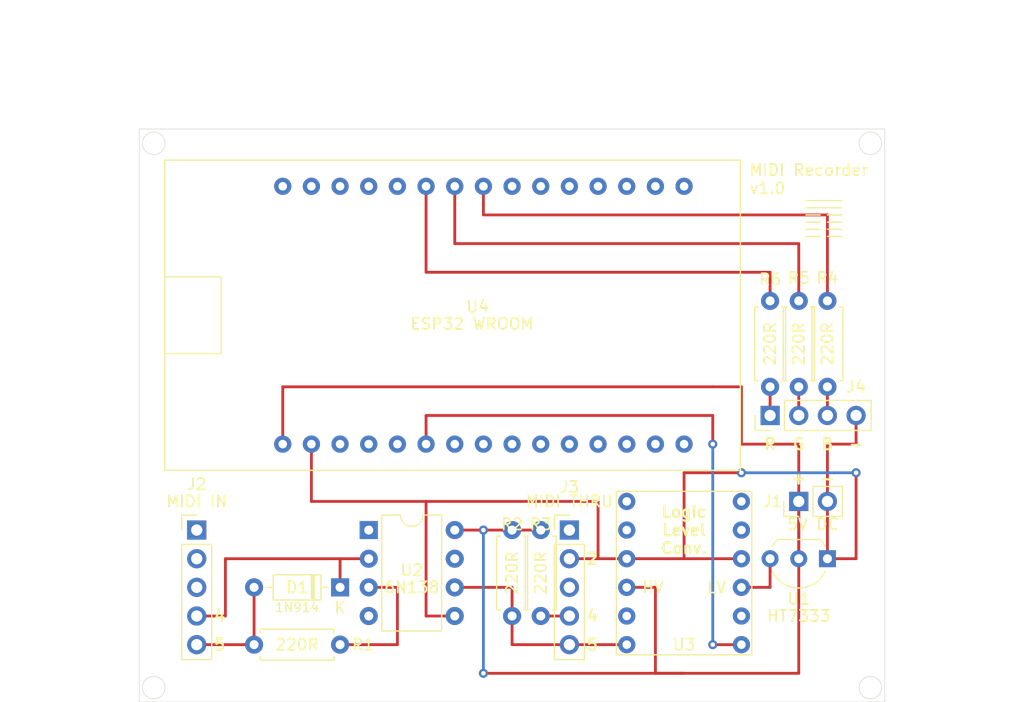
<source format=kicad_pcb>
(kicad_pcb (version 20171130) (host pcbnew "(5.1.9)-1")

  (general
    (thickness 1.6)
    (drawings 32)
    (tracks 83)
    (zones 0)
    (modules 15)
    (nets 54)
  )

  (page A4)
  (layers
    (0 F.Cu signal)
    (31 B.Cu signal)
    (32 B.Adhes user)
    (33 F.Adhes user)
    (34 B.Paste user)
    (35 F.Paste user)
    (36 B.SilkS user)
    (37 F.SilkS user)
    (38 B.Mask user)
    (39 F.Mask user)
    (40 Dwgs.User user)
    (41 Cmts.User user)
    (42 Eco1.User user)
    (43 Eco2.User user)
    (44 Edge.Cuts user)
    (45 Margin user)
    (46 B.CrtYd user)
    (47 F.CrtYd user)
    (48 B.Fab user)
    (49 F.Fab user)
  )

  (setup
    (last_trace_width 0.25)
    (trace_clearance 0.2)
    (zone_clearance 0.508)
    (zone_45_only no)
    (trace_min 0.2)
    (via_size 0.8)
    (via_drill 0.4)
    (via_min_size 0.4)
    (via_min_drill 0.3)
    (uvia_size 0.3)
    (uvia_drill 0.1)
    (uvias_allowed no)
    (uvia_min_size 0.2)
    (uvia_min_drill 0.1)
    (edge_width 0.05)
    (segment_width 0.2)
    (pcb_text_width 0.3)
    (pcb_text_size 1.5 1.5)
    (mod_edge_width 0.12)
    (mod_text_size 1 1)
    (mod_text_width 0.15)
    (pad_size 1.524 1.524)
    (pad_drill 0.762)
    (pad_to_mask_clearance 0)
    (aux_axis_origin 0 0)
    (visible_elements 7FFFFFFF)
    (pcbplotparams
      (layerselection 0x010fc_ffffffff)
      (usegerberextensions false)
      (usegerberattributes true)
      (usegerberadvancedattributes true)
      (creategerberjobfile true)
      (excludeedgelayer true)
      (linewidth 0.100000)
      (plotframeref false)
      (viasonmask false)
      (mode 1)
      (useauxorigin false)
      (hpglpennumber 1)
      (hpglpenspeed 20)
      (hpglpendiameter 15.000000)
      (psnegative false)
      (psa4output false)
      (plotreference true)
      (plotvalue true)
      (plotinvisibletext false)
      (padsonsilk false)
      (subtractmaskfromsilk false)
      (outputformat 1)
      (mirror false)
      (drillshape 1)
      (scaleselection 1)
      (outputdirectory ""))
  )

  (net 0 "")
  (net 1 "Net-(D1-Pad1)")
  (net 2 "Net-(D1-Pad2)")
  (net 3 +5V)
  (net 4 GND)
  (net 5 "Net-(J2-Pad1)")
  (net 6 "Net-(J2-Pad2)")
  (net 7 "Net-(J2-Pad3)")
  (net 8 MIDISERIAL)
  (net 9 "Net-(J3-Pad4)")
  (net 10 "Net-(J3-Pad3)")
  (net 11 "Net-(J3-Pad1)")
  (net 12 "Net-(J4-Pad1)")
  (net 13 "Net-(J4-Pad2)")
  (net 14 "Net-(J4-Pad3)")
  (net 15 "Net-(R1-Pad1)")
  (net 16 "Net-(R4-Pad2)")
  (net 17 "Net-(R5-Pad2)")
  (net 18 "Net-(R6-Pad2)")
  (net 19 +3V3)
  (net 20 "Net-(U2-Pad1)")
  (net 21 "Net-(U2-Pad7)")
  (net 22 "Net-(U2-Pad4)")
  (net 23 "Net-(U3-Pad11)")
  (net 24 "Net-(U3-Pad8)")
  (net 25 "Net-(U3-Pad7)")
  (net 26 "Net-(U3-Pad6)")
  (net 27 "Net-(U3-Pad5)")
  (net 28 "Net-(U3-Pad2)")
  (net 29 "Net-(U3-Pad1)")
  (net 30 "Net-(U4-Pad30)")
  (net 31 "Net-(U4-Pad29)")
  (net 32 "Net-(U4-Pad28)")
  (net 33 "Net-(U4-Pad27)")
  (net 34 "Net-(U4-Pad26)")
  (net 35 "Net-(U4-Pad22)")
  (net 36 "Net-(U4-Pad21)")
  (net 37 "Net-(U4-Pad20)")
  (net 38 "Net-(U4-Pad19)")
  (net 39 "Net-(U4-Pad18)")
  (net 40 "Net-(U4-Pad17)")
  (net 41 "Net-(U4-Pad16)")
  (net 42 "Net-(U4-Pad15)")
  (net 43 "Net-(U4-Pad14)")
  (net 44 "Net-(U4-Pad13)")
  (net 45 "Net-(U4-Pad12)")
  (net 46 "Net-(U4-Pad11)")
  (net 47 "Net-(U4-Pad10)")
  (net 48 "Net-(U4-Pad9)")
  (net 49 "Net-(U4-Pad8)")
  (net 50 "Net-(U4-Pad7)")
  (net 51 "Net-(U4-Pad5)")
  (net 52 "Net-(U4-Pad4)")
  (net 53 "Net-(U4-Pad3)")

  (net_class Default "This is the default net class."
    (clearance 0.2)
    (trace_width 0.25)
    (via_dia 0.8)
    (via_drill 0.4)
    (uvia_dia 0.3)
    (uvia_drill 0.1)
    (add_net +3V3)
    (add_net +5V)
    (add_net GND)
    (add_net MIDISERIAL)
    (add_net "Net-(D1-Pad1)")
    (add_net "Net-(D1-Pad2)")
    (add_net "Net-(J2-Pad1)")
    (add_net "Net-(J2-Pad2)")
    (add_net "Net-(J2-Pad3)")
    (add_net "Net-(J3-Pad1)")
    (add_net "Net-(J3-Pad3)")
    (add_net "Net-(J3-Pad4)")
    (add_net "Net-(J4-Pad1)")
    (add_net "Net-(J4-Pad2)")
    (add_net "Net-(J4-Pad3)")
    (add_net "Net-(R1-Pad1)")
    (add_net "Net-(R4-Pad2)")
    (add_net "Net-(R5-Pad2)")
    (add_net "Net-(R6-Pad2)")
    (add_net "Net-(U2-Pad1)")
    (add_net "Net-(U2-Pad4)")
    (add_net "Net-(U2-Pad7)")
    (add_net "Net-(U3-Pad1)")
    (add_net "Net-(U3-Pad11)")
    (add_net "Net-(U3-Pad2)")
    (add_net "Net-(U3-Pad5)")
    (add_net "Net-(U3-Pad6)")
    (add_net "Net-(U3-Pad7)")
    (add_net "Net-(U3-Pad8)")
    (add_net "Net-(U4-Pad10)")
    (add_net "Net-(U4-Pad11)")
    (add_net "Net-(U4-Pad12)")
    (add_net "Net-(U4-Pad13)")
    (add_net "Net-(U4-Pad14)")
    (add_net "Net-(U4-Pad15)")
    (add_net "Net-(U4-Pad16)")
    (add_net "Net-(U4-Pad17)")
    (add_net "Net-(U4-Pad18)")
    (add_net "Net-(U4-Pad19)")
    (add_net "Net-(U4-Pad20)")
    (add_net "Net-(U4-Pad21)")
    (add_net "Net-(U4-Pad22)")
    (add_net "Net-(U4-Pad26)")
    (add_net "Net-(U4-Pad27)")
    (add_net "Net-(U4-Pad28)")
    (add_net "Net-(U4-Pad29)")
    (add_net "Net-(U4-Pad3)")
    (add_net "Net-(U4-Pad30)")
    (add_net "Net-(U4-Pad4)")
    (add_net "Net-(U4-Pad5)")
    (add_net "Net-(U4-Pad7)")
    (add_net "Net-(U4-Pad8)")
    (add_net "Net-(U4-Pad9)")
  )

  (module Diode_THT:D_DO-35_SOD27_P7.62mm_Horizontal (layer F.Cu) (tedit 5AE50CD5) (tstamp 605CBDFD)
    (at 91.44 106.68 180)
    (descr "Diode, DO-35_SOD27 series, Axial, Horizontal, pin pitch=7.62mm, , length*diameter=4*2mm^2, , http://www.diodes.com/_files/packages/DO-35.pdf")
    (tags "Diode DO-35_SOD27 series Axial Horizontal pin pitch 7.62mm  length 4mm diameter 2mm")
    (path /605D03B8)
    (fp_text reference D1 (at 3.81 0) (layer F.SilkS)
      (effects (font (size 1 1) (thickness 0.15)))
    )
    (fp_text value 1N914 (at 3.81 2.032) (layer F.Fab)
      (effects (font (size 1 1) (thickness 0.15)))
    )
    (fp_line (start 1.81 -1) (end 1.81 1) (layer F.Fab) (width 0.1))
    (fp_line (start 1.81 1) (end 5.81 1) (layer F.Fab) (width 0.1))
    (fp_line (start 5.81 1) (end 5.81 -1) (layer F.Fab) (width 0.1))
    (fp_line (start 5.81 -1) (end 1.81 -1) (layer F.Fab) (width 0.1))
    (fp_line (start 0 0) (end 1.81 0) (layer F.Fab) (width 0.1))
    (fp_line (start 7.62 0) (end 5.81 0) (layer F.Fab) (width 0.1))
    (fp_line (start 2.41 -1) (end 2.41 1) (layer F.Fab) (width 0.1))
    (fp_line (start 2.51 -1) (end 2.51 1) (layer F.Fab) (width 0.1))
    (fp_line (start 2.31 -1) (end 2.31 1) (layer F.Fab) (width 0.1))
    (fp_line (start 1.69 -1.12) (end 1.69 1.12) (layer F.SilkS) (width 0.12))
    (fp_line (start 1.69 1.12) (end 5.93 1.12) (layer F.SilkS) (width 0.12))
    (fp_line (start 5.93 1.12) (end 5.93 -1.12) (layer F.SilkS) (width 0.12))
    (fp_line (start 5.93 -1.12) (end 1.69 -1.12) (layer F.SilkS) (width 0.12))
    (fp_line (start 1.04 0) (end 1.69 0) (layer F.SilkS) (width 0.12))
    (fp_line (start 6.58 0) (end 5.93 0) (layer F.SilkS) (width 0.12))
    (fp_line (start 2.41 -1.12) (end 2.41 1.12) (layer F.SilkS) (width 0.12))
    (fp_line (start 2.53 -1.12) (end 2.53 1.12) (layer F.SilkS) (width 0.12))
    (fp_line (start 2.29 -1.12) (end 2.29 1.12) (layer F.SilkS) (width 0.12))
    (fp_line (start -1.05 -1.25) (end -1.05 1.25) (layer F.CrtYd) (width 0.05))
    (fp_line (start -1.05 1.25) (end 8.67 1.25) (layer F.CrtYd) (width 0.05))
    (fp_line (start 8.67 1.25) (end 8.67 -1.25) (layer F.CrtYd) (width 0.05))
    (fp_line (start 8.67 -1.25) (end -1.05 -1.25) (layer F.CrtYd) (width 0.05))
    (fp_text user 1N914 (at 3.81 -1.778) (layer F.SilkS)
      (effects (font (size 0.8 0.8) (thickness 0.12)))
    )
    (fp_text user K (at 0 -1.8) (layer F.Fab)
      (effects (font (size 1 1) (thickness 0.15)))
    )
    (fp_text user K (at 0 -1.8) (layer F.SilkS)
      (effects (font (size 1 1) (thickness 0.15)))
    )
    (pad 1 thru_hole rect (at 0 0 180) (size 1.6 1.6) (drill 0.8) (layers *.Cu *.Mask)
      (net 1 "Net-(D1-Pad1)"))
    (pad 2 thru_hole oval (at 7.62 0 180) (size 1.6 1.6) (drill 0.8) (layers *.Cu *.Mask)
      (net 2 "Net-(D1-Pad2)"))
    (model ${KISYS3DMOD}/Diode_THT.3dshapes/D_DO-35_SOD27_P7.62mm_Horizontal.wrl
      (at (xyz 0 0 0))
      (scale (xyz 1 1 1))
      (rotate (xyz 0 0 0))
    )
  )

  (module Connector_PinHeader_2.54mm:PinHeader_1x02_P2.54mm_Vertical (layer F.Cu) (tedit 59FED5CC) (tstamp 605C7EB9)
    (at 132.08 99.06 90)
    (descr "Through hole straight pin header, 1x02, 2.54mm pitch, single row")
    (tags "Through hole pin header THT 1x02 2.54mm single row")
    (path /605D7DD1)
    (fp_text reference J1 (at 0 -2.33 180) (layer F.SilkS)
      (effects (font (size 1 1) (thickness 0.15)))
    )
    (fp_text value "5V DC" (at -2.032 1.27 180) (layer F.SilkS)
      (effects (font (size 1 1) (thickness 0.15)))
    )
    (fp_line (start -0.635 -1.27) (end 1.27 -1.27) (layer F.Fab) (width 0.1))
    (fp_line (start 1.27 -1.27) (end 1.27 3.81) (layer F.Fab) (width 0.1))
    (fp_line (start 1.27 3.81) (end -1.27 3.81) (layer F.Fab) (width 0.1))
    (fp_line (start -1.27 3.81) (end -1.27 -0.635) (layer F.Fab) (width 0.1))
    (fp_line (start -1.27 -0.635) (end -0.635 -1.27) (layer F.Fab) (width 0.1))
    (fp_line (start -1.33 3.87) (end 1.33 3.87) (layer F.SilkS) (width 0.12))
    (fp_line (start -1.33 1.27) (end -1.33 3.87) (layer F.SilkS) (width 0.12))
    (fp_line (start 1.33 1.27) (end 1.33 3.87) (layer F.SilkS) (width 0.12))
    (fp_line (start -1.33 1.27) (end 1.33 1.27) (layer F.SilkS) (width 0.12))
    (fp_line (start -1.33 0) (end -1.33 -1.33) (layer F.SilkS) (width 0.12))
    (fp_line (start -1.33 -1.33) (end 0 -1.33) (layer F.SilkS) (width 0.12))
    (fp_line (start -1.8 -1.8) (end -1.8 4.35) (layer F.CrtYd) (width 0.05))
    (fp_line (start -1.8 4.35) (end 1.8 4.35) (layer F.CrtYd) (width 0.05))
    (fp_line (start 1.8 4.35) (end 1.8 -1.8) (layer F.CrtYd) (width 0.05))
    (fp_line (start 1.8 -1.8) (end -1.8 -1.8) (layer F.CrtYd) (width 0.05))
    (fp_text user %R (at 0 1.27) (layer F.Fab)
      (effects (font (size 1 1) (thickness 0.15)))
    )
    (pad 1 thru_hole rect (at 0 0 90) (size 1.7 1.7) (drill 1) (layers *.Cu *.Mask)
      (net 3 +5V))
    (pad 2 thru_hole oval (at 0 2.54 90) (size 1.7 1.7) (drill 1) (layers *.Cu *.Mask)
      (net 4 GND))
    (model ${KISYS3DMOD}/Connector_PinHeader_2.54mm.3dshapes/PinHeader_1x02_P2.54mm_Vertical.wrl
      (at (xyz 0 0 0))
      (scale (xyz 1 1 1))
      (rotate (xyz 0 0 0))
    )
  )

  (module Connector_PinHeader_2.54mm:PinHeader_1x05_P2.54mm_Vertical (layer F.Cu) (tedit 59FED5CC) (tstamp 605CAFB9)
    (at 78.74 101.6)
    (descr "Through hole straight pin header, 1x05, 2.54mm pitch, single row")
    (tags "Through hole pin header THT 1x05 2.54mm single row")
    (path /60613F99)
    (fp_text reference J2 (at 0 -4.064) (layer F.SilkS)
      (effects (font (size 1 1) (thickness 0.15)))
    )
    (fp_text value "MIDI IN" (at 0 -2.54) (layer F.SilkS)
      (effects (font (size 1 1) (thickness 0.15)))
    )
    (fp_line (start -0.635 -1.27) (end 1.27 -1.27) (layer F.Fab) (width 0.1))
    (fp_line (start 1.27 -1.27) (end 1.27 11.43) (layer F.Fab) (width 0.1))
    (fp_line (start 1.27 11.43) (end -1.27 11.43) (layer F.Fab) (width 0.1))
    (fp_line (start -1.27 11.43) (end -1.27 -0.635) (layer F.Fab) (width 0.1))
    (fp_line (start -1.27 -0.635) (end -0.635 -1.27) (layer F.Fab) (width 0.1))
    (fp_line (start -1.33 11.49) (end 1.33 11.49) (layer F.SilkS) (width 0.12))
    (fp_line (start -1.33 1.27) (end -1.33 11.49) (layer F.SilkS) (width 0.12))
    (fp_line (start 1.33 1.27) (end 1.33 11.49) (layer F.SilkS) (width 0.12))
    (fp_line (start -1.33 1.27) (end 1.33 1.27) (layer F.SilkS) (width 0.12))
    (fp_line (start -1.33 0) (end -1.33 -1.33) (layer F.SilkS) (width 0.12))
    (fp_line (start -1.33 -1.33) (end 0 -1.33) (layer F.SilkS) (width 0.12))
    (fp_line (start -1.8 -1.8) (end -1.8 11.95) (layer F.CrtYd) (width 0.05))
    (fp_line (start -1.8 11.95) (end 1.8 11.95) (layer F.CrtYd) (width 0.05))
    (fp_line (start 1.8 11.95) (end 1.8 -1.8) (layer F.CrtYd) (width 0.05))
    (fp_line (start 1.8 -1.8) (end -1.8 -1.8) (layer F.CrtYd) (width 0.05))
    (fp_text user %R (at 0 5.08 90) (layer F.Fab)
      (effects (font (size 1 1) (thickness 0.15)))
    )
    (pad 1 thru_hole rect (at 0 0) (size 1.7 1.7) (drill 1) (layers *.Cu *.Mask)
      (net 5 "Net-(J2-Pad1)"))
    (pad 2 thru_hole oval (at 0 2.54) (size 1.7 1.7) (drill 1) (layers *.Cu *.Mask)
      (net 6 "Net-(J2-Pad2)"))
    (pad 3 thru_hole oval (at 0 5.08) (size 1.7 1.7) (drill 1) (layers *.Cu *.Mask)
      (net 7 "Net-(J2-Pad3)"))
    (pad 4 thru_hole oval (at 0 7.62) (size 1.7 1.7) (drill 1) (layers *.Cu *.Mask)
      (net 1 "Net-(D1-Pad1)"))
    (pad 5 thru_hole oval (at 0 10.16) (size 1.7 1.7) (drill 1) (layers *.Cu *.Mask)
      (net 2 "Net-(D1-Pad2)"))
    (model ${KISYS3DMOD}/Connector_PinHeader_2.54mm.3dshapes/PinHeader_1x05_P2.54mm_Vertical.wrl
      (at (xyz 0 0 0))
      (scale (xyz 1 1 1))
      (rotate (xyz 0 0 0))
    )
  )

  (module Connector_PinHeader_2.54mm:PinHeader_1x05_P2.54mm_Vertical (layer F.Cu) (tedit 59FED5CC) (tstamp 605CB344)
    (at 111.76 101.6)
    (descr "Through hole straight pin header, 1x05, 2.54mm pitch, single row")
    (tags "Through hole pin header THT 1x05 2.54mm single row")
    (path /60617707)
    (fp_text reference J3 (at 0 -3.81) (layer F.SilkS)
      (effects (font (size 1 1) (thickness 0.15)))
    )
    (fp_text value "MIDI THRU" (at 0 -2.54) (layer F.SilkS)
      (effects (font (size 1 1) (thickness 0.15)))
    )
    (fp_line (start -0.635 -1.27) (end 1.27 -1.27) (layer F.Fab) (width 0.1))
    (fp_line (start 1.27 -1.27) (end 1.27 11.43) (layer F.Fab) (width 0.1))
    (fp_line (start 1.27 11.43) (end -1.27 11.43) (layer F.Fab) (width 0.1))
    (fp_line (start -1.27 11.43) (end -1.27 -0.635) (layer F.Fab) (width 0.1))
    (fp_line (start -1.27 -0.635) (end -0.635 -1.27) (layer F.Fab) (width 0.1))
    (fp_line (start -1.33 11.49) (end 1.33 11.49) (layer F.SilkS) (width 0.12))
    (fp_line (start -1.33 1.27) (end -1.33 11.49) (layer F.SilkS) (width 0.12))
    (fp_line (start 1.33 1.27) (end 1.33 11.49) (layer F.SilkS) (width 0.12))
    (fp_line (start -1.33 1.27) (end 1.33 1.27) (layer F.SilkS) (width 0.12))
    (fp_line (start -1.33 0) (end -1.33 -1.33) (layer F.SilkS) (width 0.12))
    (fp_line (start -1.33 -1.33) (end 0 -1.33) (layer F.SilkS) (width 0.12))
    (fp_line (start -1.8 -1.8) (end -1.8 11.95) (layer F.CrtYd) (width 0.05))
    (fp_line (start -1.8 11.95) (end 1.8 11.95) (layer F.CrtYd) (width 0.05))
    (fp_line (start 1.8 11.95) (end 1.8 -1.8) (layer F.CrtYd) (width 0.05))
    (fp_line (start 1.8 -1.8) (end -1.8 -1.8) (layer F.CrtYd) (width 0.05))
    (fp_text user %R (at 0 5.08 90) (layer F.Fab)
      (effects (font (size 1 1) (thickness 0.15)))
    )
    (pad 1 thru_hole rect (at 0 0) (size 1.7 1.7) (drill 1) (layers *.Cu *.Mask)
      (net 11 "Net-(J3-Pad1)"))
    (pad 2 thru_hole oval (at 0 2.54) (size 1.7 1.7) (drill 1) (layers *.Cu *.Mask)
      (net 4 GND))
    (pad 3 thru_hole oval (at 0 5.08) (size 1.7 1.7) (drill 1) (layers *.Cu *.Mask)
      (net 10 "Net-(J3-Pad3)"))
    (pad 4 thru_hole oval (at 0 7.62) (size 1.7 1.7) (drill 1) (layers *.Cu *.Mask)
      (net 9 "Net-(J3-Pad4)"))
    (pad 5 thru_hole oval (at 0 10.16) (size 1.7 1.7) (drill 1) (layers *.Cu *.Mask)
      (net 8 MIDISERIAL))
    (model ${KISYS3DMOD}/Connector_PinHeader_2.54mm.3dshapes/PinHeader_1x05_P2.54mm_Vertical.wrl
      (at (xyz 0 0 0))
      (scale (xyz 1 1 1))
      (rotate (xyz 0 0 0))
    )
  )

  (module Connector_PinHeader_2.54mm:PinHeader_1x04_P2.54mm_Vertical (layer F.Cu) (tedit 59FED5CC) (tstamp 605C7F03)
    (at 129.54 91.44 90)
    (descr "Through hole straight pin header, 1x04, 2.54mm pitch, single row")
    (tags "Through hole pin header THT 1x04 2.54mm single row")
    (path /605D4DEB)
    (fp_text reference J4 (at 2.54 7.62 180) (layer F.SilkS)
      (effects (font (size 1 1) (thickness 0.15)))
    )
    (fp_text value "RGB OUT" (at 0 5.08 180) (layer F.Fab)
      (effects (font (size 1 1) (thickness 0.15)))
    )
    (fp_line (start -0.635 -1.27) (end 1.27 -1.27) (layer F.Fab) (width 0.1))
    (fp_line (start 1.27 -1.27) (end 1.27 8.89) (layer F.Fab) (width 0.1))
    (fp_line (start 1.27 8.89) (end -1.27 8.89) (layer F.Fab) (width 0.1))
    (fp_line (start -1.27 8.89) (end -1.27 -0.635) (layer F.Fab) (width 0.1))
    (fp_line (start -1.27 -0.635) (end -0.635 -1.27) (layer F.Fab) (width 0.1))
    (fp_line (start -1.33 8.95) (end 1.33 8.95) (layer F.SilkS) (width 0.12))
    (fp_line (start -1.33 1.27) (end -1.33 8.95) (layer F.SilkS) (width 0.12))
    (fp_line (start 1.33 1.27) (end 1.33 8.95) (layer F.SilkS) (width 0.12))
    (fp_line (start -1.33 1.27) (end 1.33 1.27) (layer F.SilkS) (width 0.12))
    (fp_line (start -1.33 0) (end -1.33 -1.33) (layer F.SilkS) (width 0.12))
    (fp_line (start -1.33 -1.33) (end 0 -1.33) (layer F.SilkS) (width 0.12))
    (fp_line (start -1.8 -1.8) (end -1.8 9.4) (layer F.CrtYd) (width 0.05))
    (fp_line (start -1.8 9.4) (end 1.8 9.4) (layer F.CrtYd) (width 0.05))
    (fp_line (start 1.8 9.4) (end 1.8 -1.8) (layer F.CrtYd) (width 0.05))
    (fp_line (start 1.8 -1.8) (end -1.8 -1.8) (layer F.CrtYd) (width 0.05))
    (fp_text user %R (at 0 3.81) (layer F.Fab)
      (effects (font (size 1 1) (thickness 0.15)))
    )
    (pad 1 thru_hole rect (at 0 0 90) (size 1.7 1.7) (drill 1) (layers *.Cu *.Mask)
      (net 12 "Net-(J4-Pad1)"))
    (pad 2 thru_hole oval (at 0 2.54 90) (size 1.7 1.7) (drill 1) (layers *.Cu *.Mask)
      (net 13 "Net-(J4-Pad2)"))
    (pad 3 thru_hole oval (at 0 5.08 90) (size 1.7 1.7) (drill 1) (layers *.Cu *.Mask)
      (net 14 "Net-(J4-Pad3)"))
    (pad 4 thru_hole oval (at 0 7.62 90) (size 1.7 1.7) (drill 1) (layers *.Cu *.Mask)
      (net 4 GND))
    (model ${KISYS3DMOD}/Connector_PinHeader_2.54mm.3dshapes/PinHeader_1x04_P2.54mm_Vertical.wrl
      (at (xyz 0 0 0))
      (scale (xyz 1 1 1))
      (rotate (xyz 0 0 0))
    )
  )

  (module Resistor_THT:R_Axial_DIN0207_L6.3mm_D2.5mm_P7.62mm_Horizontal (layer F.Cu) (tedit 5AE5139B) (tstamp 605CB530)
    (at 91.44 111.76 180)
    (descr "Resistor, Axial_DIN0207 series, Axial, Horizontal, pin pitch=7.62mm, 0.25W = 1/4W, length*diameter=6.3*2.5mm^2, http://cdn-reichelt.de/documents/datenblatt/B400/1_4W%23YAG.pdf")
    (tags "Resistor Axial_DIN0207 series Axial Horizontal pin pitch 7.62mm 0.25W = 1/4W length 6.3mm diameter 2.5mm")
    (path /605CDD92)
    (fp_text reference R1 (at -2.032 0) (layer F.SilkS)
      (effects (font (size 1 1) (thickness 0.15)))
    )
    (fp_text value 220R (at 3.81 0) (layer F.SilkS)
      (effects (font (size 1 1) (thickness 0.15)))
    )
    (fp_line (start 0.66 -1.25) (end 0.66 1.25) (layer F.Fab) (width 0.1))
    (fp_line (start 0.66 1.25) (end 6.96 1.25) (layer F.Fab) (width 0.1))
    (fp_line (start 6.96 1.25) (end 6.96 -1.25) (layer F.Fab) (width 0.1))
    (fp_line (start 6.96 -1.25) (end 0.66 -1.25) (layer F.Fab) (width 0.1))
    (fp_line (start 0 0) (end 0.66 0) (layer F.Fab) (width 0.1))
    (fp_line (start 7.62 0) (end 6.96 0) (layer F.Fab) (width 0.1))
    (fp_line (start 0.54 -1.04) (end 0.54 -1.37) (layer F.SilkS) (width 0.12))
    (fp_line (start 0.54 -1.37) (end 7.08 -1.37) (layer F.SilkS) (width 0.12))
    (fp_line (start 7.08 -1.37) (end 7.08 -1.04) (layer F.SilkS) (width 0.12))
    (fp_line (start 0.54 1.04) (end 0.54 1.37) (layer F.SilkS) (width 0.12))
    (fp_line (start 0.54 1.37) (end 7.08 1.37) (layer F.SilkS) (width 0.12))
    (fp_line (start 7.08 1.37) (end 7.08 1.04) (layer F.SilkS) (width 0.12))
    (fp_line (start -1.05 -1.5) (end -1.05 1.5) (layer F.CrtYd) (width 0.05))
    (fp_line (start -1.05 1.5) (end 8.67 1.5) (layer F.CrtYd) (width 0.05))
    (fp_line (start 8.67 1.5) (end 8.67 -1.5) (layer F.CrtYd) (width 0.05))
    (fp_line (start 8.67 -1.5) (end -1.05 -1.5) (layer F.CrtYd) (width 0.05))
    (pad 1 thru_hole circle (at 0 0 180) (size 1.6 1.6) (drill 0.8) (layers *.Cu *.Mask)
      (net 15 "Net-(R1-Pad1)"))
    (pad 2 thru_hole oval (at 7.62 0 180) (size 1.6 1.6) (drill 0.8) (layers *.Cu *.Mask)
      (net 2 "Net-(D1-Pad2)"))
    (model ${KISYS3DMOD}/Resistor_THT.3dshapes/R_Axial_DIN0207_L6.3mm_D2.5mm_P7.62mm_Horizontal.wrl
      (at (xyz 0 0 0))
      (scale (xyz 1 1 1))
      (rotate (xyz 0 0 0))
    )
  )

  (module Resistor_THT:R_Axial_DIN0207_L6.3mm_D2.5mm_P7.62mm_Horizontal (layer F.Cu) (tedit 5AE5139B) (tstamp 605CB4EF)
    (at 106.68 101.6 270)
    (descr "Resistor, Axial_DIN0207 series, Axial, Horizontal, pin pitch=7.62mm, 0.25W = 1/4W, length*diameter=6.3*2.5mm^2, http://cdn-reichelt.de/documents/datenblatt/B400/1_4W%23YAG.pdf")
    (tags "Resistor Axial_DIN0207 series Axial Horizontal pin pitch 7.62mm 0.25W = 1/4W length 6.3mm diameter 2.5mm")
    (path /605CF1C2)
    (fp_text reference R2 (at -0.508 0 180) (layer F.SilkS)
      (effects (font (size 1 1) (thickness 0.15)))
    )
    (fp_text value 220R (at 3.81 0 90) (layer F.SilkS)
      (effects (font (size 1 1) (thickness 0.15)))
    )
    (fp_line (start 8.67 -1.5) (end -1.05 -1.5) (layer F.CrtYd) (width 0.05))
    (fp_line (start 8.67 1.5) (end 8.67 -1.5) (layer F.CrtYd) (width 0.05))
    (fp_line (start -1.05 1.5) (end 8.67 1.5) (layer F.CrtYd) (width 0.05))
    (fp_line (start -1.05 -1.5) (end -1.05 1.5) (layer F.CrtYd) (width 0.05))
    (fp_line (start 7.08 1.37) (end 7.08 1.04) (layer F.SilkS) (width 0.12))
    (fp_line (start 0.54 1.37) (end 7.08 1.37) (layer F.SilkS) (width 0.12))
    (fp_line (start 0.54 1.04) (end 0.54 1.37) (layer F.SilkS) (width 0.12))
    (fp_line (start 7.08 -1.37) (end 7.08 -1.04) (layer F.SilkS) (width 0.12))
    (fp_line (start 0.54 -1.37) (end 7.08 -1.37) (layer F.SilkS) (width 0.12))
    (fp_line (start 0.54 -1.04) (end 0.54 -1.37) (layer F.SilkS) (width 0.12))
    (fp_line (start 7.62 0) (end 6.96 0) (layer F.Fab) (width 0.1))
    (fp_line (start 0 0) (end 0.66 0) (layer F.Fab) (width 0.1))
    (fp_line (start 6.96 -1.25) (end 0.66 -1.25) (layer F.Fab) (width 0.1))
    (fp_line (start 6.96 1.25) (end 6.96 -1.25) (layer F.Fab) (width 0.1))
    (fp_line (start 0.66 1.25) (end 6.96 1.25) (layer F.Fab) (width 0.1))
    (fp_line (start 0.66 -1.25) (end 0.66 1.25) (layer F.Fab) (width 0.1))
    (fp_text user %R (at 7.62 0 180) (layer F.Fab)
      (effects (font (size 1 1) (thickness 0.15)))
    )
    (pad 2 thru_hole oval (at 7.62 0 270) (size 1.6 1.6) (drill 0.8) (layers *.Cu *.Mask)
      (net 8 MIDISERIAL))
    (pad 1 thru_hole circle (at 0 0 270) (size 1.6 1.6) (drill 0.8) (layers *.Cu *.Mask)
      (net 3 +5V))
    (model ${KISYS3DMOD}/Resistor_THT.3dshapes/R_Axial_DIN0207_L6.3mm_D2.5mm_P7.62mm_Horizontal.wrl
      (at (xyz 0 0 0))
      (scale (xyz 1 1 1))
      (rotate (xyz 0 0 0))
    )
  )

  (module Resistor_THT:R_Axial_DIN0207_L6.3mm_D2.5mm_P7.62mm_Horizontal (layer F.Cu) (tedit 5AE5139B) (tstamp 605CB4AD)
    (at 109.22 109.22 90)
    (descr "Resistor, Axial_DIN0207 series, Axial, Horizontal, pin pitch=7.62mm, 0.25W = 1/4W, length*diameter=6.3*2.5mm^2, http://cdn-reichelt.de/documents/datenblatt/B400/1_4W%23YAG.pdf")
    (tags "Resistor Axial_DIN0207 series Axial Horizontal pin pitch 7.62mm 0.25W = 1/4W length 6.3mm diameter 2.5mm")
    (path /605CF590)
    (fp_text reference R3 (at 8.128 0 180) (layer F.SilkS)
      (effects (font (size 1 1) (thickness 0.15)))
    )
    (fp_text value 220R (at 3.81 0 90) (layer F.SilkS)
      (effects (font (size 1 1) (thickness 0.15)))
    )
    (fp_line (start 8.67 -1.5) (end -1.05 -1.5) (layer F.CrtYd) (width 0.05))
    (fp_line (start 8.67 1.5) (end 8.67 -1.5) (layer F.CrtYd) (width 0.05))
    (fp_line (start -1.05 1.5) (end 8.67 1.5) (layer F.CrtYd) (width 0.05))
    (fp_line (start -1.05 -1.5) (end -1.05 1.5) (layer F.CrtYd) (width 0.05))
    (fp_line (start 7.08 1.37) (end 7.08 1.04) (layer F.SilkS) (width 0.12))
    (fp_line (start 0.54 1.37) (end 7.08 1.37) (layer F.SilkS) (width 0.12))
    (fp_line (start 0.54 1.04) (end 0.54 1.37) (layer F.SilkS) (width 0.12))
    (fp_line (start 7.08 -1.37) (end 7.08 -1.04) (layer F.SilkS) (width 0.12))
    (fp_line (start 0.54 -1.37) (end 7.08 -1.37) (layer F.SilkS) (width 0.12))
    (fp_line (start 0.54 -1.04) (end 0.54 -1.37) (layer F.SilkS) (width 0.12))
    (fp_line (start 7.62 0) (end 6.96 0) (layer F.Fab) (width 0.1))
    (fp_line (start 0 0) (end 0.66 0) (layer F.Fab) (width 0.1))
    (fp_line (start 6.96 -1.25) (end 0.66 -1.25) (layer F.Fab) (width 0.1))
    (fp_line (start 6.96 1.25) (end 6.96 -1.25) (layer F.Fab) (width 0.1))
    (fp_line (start 0.66 1.25) (end 6.96 1.25) (layer F.Fab) (width 0.1))
    (fp_line (start 0.66 -1.25) (end 0.66 1.25) (layer F.Fab) (width 0.1))
    (fp_text user %R (at 0 0 180) (layer F.Fab)
      (effects (font (size 1 1) (thickness 0.15)))
    )
    (pad 2 thru_hole oval (at 7.62 0 90) (size 1.6 1.6) (drill 0.8) (layers *.Cu *.Mask)
      (net 3 +5V))
    (pad 1 thru_hole circle (at 0 0 90) (size 1.6 1.6) (drill 0.8) (layers *.Cu *.Mask)
      (net 9 "Net-(J3-Pad4)"))
    (model ${KISYS3DMOD}/Resistor_THT.3dshapes/R_Axial_DIN0207_L6.3mm_D2.5mm_P7.62mm_Horizontal.wrl
      (at (xyz 0 0 0))
      (scale (xyz 1 1 1))
      (rotate (xyz 0 0 0))
    )
  )

  (module Resistor_THT:R_Axial_DIN0207_L6.3mm_D2.5mm_P7.62mm_Horizontal (layer F.Cu) (tedit 5AE5139B) (tstamp 605C7F5F)
    (at 134.62 88.9 90)
    (descr "Resistor, Axial_DIN0207 series, Axial, Horizontal, pin pitch=7.62mm, 0.25W = 1/4W, length*diameter=6.3*2.5mm^2, http://cdn-reichelt.de/documents/datenblatt/B400/1_4W%23YAG.pdf")
    (tags "Resistor Axial_DIN0207 series Axial Horizontal pin pitch 7.62mm 0.25W = 1/4W length 6.3mm diameter 2.5mm")
    (path /605CF87E)
    (fp_text reference R4 (at 9.652 0 180) (layer F.SilkS)
      (effects (font (size 1 1) (thickness 0.15)))
    )
    (fp_text value 220R (at 3.81 0 90) (layer F.SilkS)
      (effects (font (size 1 1) (thickness 0.15)))
    )
    (fp_line (start 0.66 -1.25) (end 0.66 1.25) (layer F.Fab) (width 0.1))
    (fp_line (start 0.66 1.25) (end 6.96 1.25) (layer F.Fab) (width 0.1))
    (fp_line (start 6.96 1.25) (end 6.96 -1.25) (layer F.Fab) (width 0.1))
    (fp_line (start 6.96 -1.25) (end 0.66 -1.25) (layer F.Fab) (width 0.1))
    (fp_line (start 0 0) (end 0.66 0) (layer F.Fab) (width 0.1))
    (fp_line (start 7.62 0) (end 6.96 0) (layer F.Fab) (width 0.1))
    (fp_line (start 0.54 -1.04) (end 0.54 -1.37) (layer F.SilkS) (width 0.12))
    (fp_line (start 0.54 -1.37) (end 7.08 -1.37) (layer F.SilkS) (width 0.12))
    (fp_line (start 7.08 -1.37) (end 7.08 -1.04) (layer F.SilkS) (width 0.12))
    (fp_line (start 0.54 1.04) (end 0.54 1.37) (layer F.SilkS) (width 0.12))
    (fp_line (start 0.54 1.37) (end 7.08 1.37) (layer F.SilkS) (width 0.12))
    (fp_line (start 7.08 1.37) (end 7.08 1.04) (layer F.SilkS) (width 0.12))
    (fp_line (start -1.05 -1.5) (end -1.05 1.5) (layer F.CrtYd) (width 0.05))
    (fp_line (start -1.05 1.5) (end 8.67 1.5) (layer F.CrtYd) (width 0.05))
    (fp_line (start 8.67 1.5) (end 8.67 -1.5) (layer F.CrtYd) (width 0.05))
    (fp_line (start 8.67 -1.5) (end -1.05 -1.5) (layer F.CrtYd) (width 0.05))
    (fp_text user %R (at -0.508 0 180) (layer F.Fab)
      (effects (font (size 1 1) (thickness 0.15)))
    )
    (pad 1 thru_hole circle (at 0 0 90) (size 1.6 1.6) (drill 0.8) (layers *.Cu *.Mask)
      (net 14 "Net-(J4-Pad3)"))
    (pad 2 thru_hole oval (at 7.62 0 90) (size 1.6 1.6) (drill 0.8) (layers *.Cu *.Mask)
      (net 16 "Net-(R4-Pad2)"))
    (model ${KISYS3DMOD}/Resistor_THT.3dshapes/R_Axial_DIN0207_L6.3mm_D2.5mm_P7.62mm_Horizontal.wrl
      (at (xyz 0 0 0))
      (scale (xyz 1 1 1))
      (rotate (xyz 0 0 0))
    )
  )

  (module Resistor_THT:R_Axial_DIN0207_L6.3mm_D2.5mm_P7.62mm_Horizontal (layer F.Cu) (tedit 5AE5139B) (tstamp 605C7F76)
    (at 132.08 88.9 90)
    (descr "Resistor, Axial_DIN0207 series, Axial, Horizontal, pin pitch=7.62mm, 0.25W = 1/4W, length*diameter=6.3*2.5mm^2, http://cdn-reichelt.de/documents/datenblatt/B400/1_4W%23YAG.pdf")
    (tags "Resistor Axial_DIN0207 series Axial Horizontal pin pitch 7.62mm 0.25W = 1/4W length 6.3mm diameter 2.5mm")
    (path /605CFD2E)
    (fp_text reference R5 (at 9.652 0 180) (layer F.SilkS)
      (effects (font (size 1 1) (thickness 0.15)))
    )
    (fp_text value 220R (at 3.81 0 90) (layer F.SilkS)
      (effects (font (size 1 1) (thickness 0.15)))
    )
    (fp_line (start 8.67 -1.5) (end -1.05 -1.5) (layer F.CrtYd) (width 0.05))
    (fp_line (start 8.67 1.5) (end 8.67 -1.5) (layer F.CrtYd) (width 0.05))
    (fp_line (start -1.05 1.5) (end 8.67 1.5) (layer F.CrtYd) (width 0.05))
    (fp_line (start -1.05 -1.5) (end -1.05 1.5) (layer F.CrtYd) (width 0.05))
    (fp_line (start 7.08 1.37) (end 7.08 1.04) (layer F.SilkS) (width 0.12))
    (fp_line (start 0.54 1.37) (end 7.08 1.37) (layer F.SilkS) (width 0.12))
    (fp_line (start 0.54 1.04) (end 0.54 1.37) (layer F.SilkS) (width 0.12))
    (fp_line (start 7.08 -1.37) (end 7.08 -1.04) (layer F.SilkS) (width 0.12))
    (fp_line (start 0.54 -1.37) (end 7.08 -1.37) (layer F.SilkS) (width 0.12))
    (fp_line (start 0.54 -1.04) (end 0.54 -1.37) (layer F.SilkS) (width 0.12))
    (fp_line (start 7.62 0) (end 6.96 0) (layer F.Fab) (width 0.1))
    (fp_line (start 0 0) (end 0.66 0) (layer F.Fab) (width 0.1))
    (fp_line (start 6.96 -1.25) (end 0.66 -1.25) (layer F.Fab) (width 0.1))
    (fp_line (start 6.96 1.25) (end 6.96 -1.25) (layer F.Fab) (width 0.1))
    (fp_line (start 0.66 1.25) (end 6.96 1.25) (layer F.Fab) (width 0.1))
    (fp_line (start 0.66 -1.25) (end 0.66 1.25) (layer F.Fab) (width 0.1))
    (fp_text user %R (at -0.508 0 180) (layer F.Fab)
      (effects (font (size 1 1) (thickness 0.15)))
    )
    (pad 2 thru_hole oval (at 7.62 0 90) (size 1.6 1.6) (drill 0.8) (layers *.Cu *.Mask)
      (net 17 "Net-(R5-Pad2)"))
    (pad 1 thru_hole circle (at 0 0 90) (size 1.6 1.6) (drill 0.8) (layers *.Cu *.Mask)
      (net 13 "Net-(J4-Pad2)"))
    (model ${KISYS3DMOD}/Resistor_THT.3dshapes/R_Axial_DIN0207_L6.3mm_D2.5mm_P7.62mm_Horizontal.wrl
      (at (xyz 0 0 0))
      (scale (xyz 1 1 1))
      (rotate (xyz 0 0 0))
    )
  )

  (module Resistor_THT:R_Axial_DIN0207_L6.3mm_D2.5mm_P7.62mm_Horizontal (layer F.Cu) (tedit 5AE5139B) (tstamp 605C8D83)
    (at 129.54 88.9 90)
    (descr "Resistor, Axial_DIN0207 series, Axial, Horizontal, pin pitch=7.62mm, 0.25W = 1/4W, length*diameter=6.3*2.5mm^2, http://cdn-reichelt.de/documents/datenblatt/B400/1_4W%23YAG.pdf")
    (tags "Resistor Axial_DIN0207 series Axial Horizontal pin pitch 7.62mm 0.25W = 1/4W length 6.3mm diameter 2.5mm")
    (path /605CFF56)
    (fp_text reference R6 (at 9.525 0 180) (layer F.SilkS)
      (effects (font (size 1 1) (thickness 0.15)))
    )
    (fp_text value 220R (at 3.81 0 90) (layer F.SilkS)
      (effects (font (size 1 1) (thickness 0.15)))
    )
    (fp_line (start 0.66 -1.25) (end 0.66 1.25) (layer F.Fab) (width 0.1))
    (fp_line (start 0.66 1.25) (end 6.96 1.25) (layer F.Fab) (width 0.1))
    (fp_line (start 6.96 1.25) (end 6.96 -1.25) (layer F.Fab) (width 0.1))
    (fp_line (start 6.96 -1.25) (end 0.66 -1.25) (layer F.Fab) (width 0.1))
    (fp_line (start 0 0) (end 0.66 0) (layer F.Fab) (width 0.1))
    (fp_line (start 7.62 0) (end 6.96 0) (layer F.Fab) (width 0.1))
    (fp_line (start 0.54 -1.04) (end 0.54 -1.37) (layer F.SilkS) (width 0.12))
    (fp_line (start 0.54 -1.37) (end 7.08 -1.37) (layer F.SilkS) (width 0.12))
    (fp_line (start 7.08 -1.37) (end 7.08 -1.04) (layer F.SilkS) (width 0.12))
    (fp_line (start 0.54 1.04) (end 0.54 1.37) (layer F.SilkS) (width 0.12))
    (fp_line (start 0.54 1.37) (end 7.08 1.37) (layer F.SilkS) (width 0.12))
    (fp_line (start 7.08 1.37) (end 7.08 1.04) (layer F.SilkS) (width 0.12))
    (fp_line (start -1.05 -1.5) (end -1.05 1.5) (layer F.CrtYd) (width 0.05))
    (fp_line (start -1.05 1.5) (end 8.67 1.5) (layer F.CrtYd) (width 0.05))
    (fp_line (start 8.67 1.5) (end 8.67 -1.5) (layer F.CrtYd) (width 0.05))
    (fp_line (start 8.67 -1.5) (end -1.05 -1.5) (layer F.CrtYd) (width 0.05))
    (fp_text user %R (at -0.508 0) (layer F.Fab)
      (effects (font (size 1 1) (thickness 0.15)))
    )
    (pad 1 thru_hole circle (at 0 0 90) (size 1.6 1.6) (drill 0.8) (layers *.Cu *.Mask)
      (net 12 "Net-(J4-Pad1)"))
    (pad 2 thru_hole oval (at 7.62 0 90) (size 1.6 1.6) (drill 0.8) (layers *.Cu *.Mask)
      (net 18 "Net-(R6-Pad2)"))
    (model ${KISYS3DMOD}/Resistor_THT.3dshapes/R_Axial_DIN0207_L6.3mm_D2.5mm_P7.62mm_Horizontal.wrl
      (at (xyz 0 0 0))
      (scale (xyz 1 1 1))
      (rotate (xyz 0 0 0))
    )
  )

  (module Package_TO_SOT_THT:TO-92L_Inline_Wide (layer F.Cu) (tedit 5A11996A) (tstamp 605CB432)
    (at 134.62 104.14 180)
    (descr "TO-92L leads in-line (large body variant of TO-92), also known as TO-226, wide, drill 0.75mm (see https://www.diodes.com/assets/Package-Files/TO92L.pdf and http://www.ti.com/lit/an/snoa059/snoa059.pdf)")
    (tags "TO-92L Inline Wide transistor")
    (path /605CCD63)
    (fp_text reference U1 (at 2.54 -3.56) (layer F.SilkS)
      (effects (font (size 1 1) (thickness 0.15)))
    )
    (fp_text value HT7333 (at 2.54 -5.08) (layer F.SilkS)
      (effects (font (size 1 1) (thickness 0.15)))
    )
    (fp_line (start 0.6 1.7) (end 4.45 1.7) (layer F.SilkS) (width 0.12))
    (fp_line (start 0.65 1.6) (end 4.4 1.6) (layer F.Fab) (width 0.1))
    (fp_line (start -1 -2.75) (end 6.1 -2.75) (layer F.CrtYd) (width 0.05))
    (fp_line (start -1 -2.75) (end -1 1.85) (layer F.CrtYd) (width 0.05))
    (fp_line (start 6.1 1.85) (end 6.1 -2.75) (layer F.CrtYd) (width 0.05))
    (fp_line (start 6.1 1.85) (end -1 1.85) (layer F.CrtYd) (width 0.05))
    (fp_text user %R (at 2.54 0) (layer F.Fab)
      (effects (font (size 1 1) (thickness 0.15)))
    )
    (fp_arc (start 2.54 0) (end 0.6 1.7) (angle 15.44288892) (layer F.SilkS) (width 0.12))
    (fp_arc (start 2.54 0) (end 2.54 -2.6) (angle -65) (layer F.SilkS) (width 0.12))
    (fp_arc (start 2.54 0) (end 2.54 -2.6) (angle 65) (layer F.SilkS) (width 0.12))
    (fp_arc (start 2.54 0) (end 2.54 -2.48) (angle 129.9527847) (layer F.Fab) (width 0.1))
    (fp_arc (start 2.54 0) (end 2.54 -2.48) (angle -130.2499344) (layer F.Fab) (width 0.1))
    (fp_arc (start 2.54 0) (end 4.45 1.7) (angle -15.88591585) (layer F.SilkS) (width 0.12))
    (pad 2 thru_hole circle (at 2.54 0 180) (size 1.5 1.5) (drill 0.8) (layers *.Cu *.Mask)
      (net 3 +5V))
    (pad 3 thru_hole circle (at 5.08 0 180) (size 1.5 1.5) (drill 0.8) (layers *.Cu *.Mask)
      (net 19 +3V3))
    (pad 1 thru_hole rect (at 0 0 180) (size 1.5 1.5) (drill 0.8) (layers *.Cu *.Mask)
      (net 4 GND))
    (model ${KISYS3DMOD}/Package_TO_SOT_THT.3dshapes/TO-92L_Inline_Wide.wrl
      (at (xyz 0 0 0))
      (scale (xyz 1 1 1))
      (rotate (xyz 0 0 0))
    )
  )

  (module Package_DIP:DIP-8_W7.62mm (layer F.Cu) (tedit 5A02E8C5) (tstamp 605CB3E9)
    (at 93.98 101.6)
    (descr "8-lead though-hole mounted DIP package, row spacing 7.62 mm (300 mils)")
    (tags "THT DIP DIL PDIP 2.54mm 7.62mm 300mil")
    (path /605D6437)
    (fp_text reference U2 (at 3.81 3.556) (layer F.SilkS)
      (effects (font (size 1 1) (thickness 0.15)))
    )
    (fp_text value 6N138 (at 3.81 5.08) (layer F.SilkS)
      (effects (font (size 1 1) (thickness 0.15)))
    )
    (fp_line (start 1.635 -1.27) (end 6.985 -1.27) (layer F.Fab) (width 0.1))
    (fp_line (start 6.985 -1.27) (end 6.985 8.89) (layer F.Fab) (width 0.1))
    (fp_line (start 6.985 8.89) (end 0.635 8.89) (layer F.Fab) (width 0.1))
    (fp_line (start 0.635 8.89) (end 0.635 -0.27) (layer F.Fab) (width 0.1))
    (fp_line (start 0.635 -0.27) (end 1.635 -1.27) (layer F.Fab) (width 0.1))
    (fp_line (start 2.81 -1.33) (end 1.16 -1.33) (layer F.SilkS) (width 0.12))
    (fp_line (start 1.16 -1.33) (end 1.16 8.95) (layer F.SilkS) (width 0.12))
    (fp_line (start 1.16 8.95) (end 6.46 8.95) (layer F.SilkS) (width 0.12))
    (fp_line (start 6.46 8.95) (end 6.46 -1.33) (layer F.SilkS) (width 0.12))
    (fp_line (start 6.46 -1.33) (end 4.81 -1.33) (layer F.SilkS) (width 0.12))
    (fp_line (start -1.1 -1.55) (end -1.1 9.15) (layer F.CrtYd) (width 0.05))
    (fp_line (start -1.1 9.15) (end 8.7 9.15) (layer F.CrtYd) (width 0.05))
    (fp_line (start 8.7 9.15) (end 8.7 -1.55) (layer F.CrtYd) (width 0.05))
    (fp_line (start 8.7 -1.55) (end -1.1 -1.55) (layer F.CrtYd) (width 0.05))
    (fp_arc (start 3.81 -1.33) (end 2.81 -1.33) (angle -180) (layer F.SilkS) (width 0.12))
    (fp_text user %R (at 3.81 2.032) (layer F.Fab)
      (effects (font (size 1 1) (thickness 0.15)))
    )
    (pad 1 thru_hole rect (at 0 0) (size 1.6 1.6) (drill 0.8) (layers *.Cu *.Mask)
      (net 20 "Net-(U2-Pad1)"))
    (pad 5 thru_hole oval (at 7.62 7.62) (size 1.6 1.6) (drill 0.8) (layers *.Cu *.Mask)
      (net 4 GND))
    (pad 2 thru_hole oval (at 0 2.54) (size 1.6 1.6) (drill 0.8) (layers *.Cu *.Mask)
      (net 1 "Net-(D1-Pad1)"))
    (pad 6 thru_hole oval (at 7.62 5.08) (size 1.6 1.6) (drill 0.8) (layers *.Cu *.Mask)
      (net 8 MIDISERIAL))
    (pad 3 thru_hole oval (at 0 5.08) (size 1.6 1.6) (drill 0.8) (layers *.Cu *.Mask)
      (net 15 "Net-(R1-Pad1)"))
    (pad 7 thru_hole oval (at 7.62 2.54) (size 1.6 1.6) (drill 0.8) (layers *.Cu *.Mask)
      (net 21 "Net-(U2-Pad7)"))
    (pad 4 thru_hole oval (at 0 7.62) (size 1.6 1.6) (drill 0.8) (layers *.Cu *.Mask)
      (net 22 "Net-(U2-Pad4)"))
    (pad 8 thru_hole oval (at 7.62 0) (size 1.6 1.6) (drill 0.8) (layers *.Cu *.Mask)
      (net 3 +5V))
    (model ${KISYS3DMOD}/Package_DIP.3dshapes/DIP-8_W7.62mm.wrl
      (at (xyz 0 0 0))
      (scale (xyz 1 1 1))
      (rotate (xyz 0 0 0))
    )
  )

  (module LachlanLibrary_Footprints:LogicLevelShifter (layer F.Cu) (tedit 605BFB7E) (tstamp 605CB46D)
    (at 121.92 105.41 180)
    (path /605DA4AF)
    (fp_text reference U3 (at 0 -6.35) (layer F.SilkS)
      (effects (font (size 1 1) (thickness 0.15)))
    )
    (fp_text value LogicLevelConverter (at -1.905 -8.255) (layer F.Fab)
      (effects (font (size 1 1) (thickness 0.15)))
    )
    (fp_line (start -6 7.25) (end 6 7.25) (layer F.SilkS) (width 0.12))
    (fp_line (start 6 7.25) (end 6 -7.25) (layer F.SilkS) (width 0.12))
    (fp_line (start 6 -7.25) (end -6 -7.25) (layer F.SilkS) (width 0.12))
    (fp_line (start -6 -7.25) (end -6 7.25) (layer F.SilkS) (width 0.12))
    (fp_text user HV (at 3.81 -1.27) (layer F.SilkS)
      (effects (font (size 1 1) (thickness 0.15)) (justify left))
    )
    (fp_text user LV (at -3.81 -1.27) (layer F.SilkS)
      (effects (font (size 1 1) (thickness 0.15)) (justify right))
    )
    (pad 1 thru_hole circle (at -5.08 -6.35 180) (size 1.524 1.524) (drill 0.762) (layers *.Cu *.Mask)
      (net 29 "Net-(U3-Pad1)"))
    (pad 2 thru_hole circle (at -5.08 -3.81 180) (size 1.524 1.524) (drill 0.762) (layers *.Cu *.Mask)
      (net 28 "Net-(U3-Pad2)"))
    (pad 3 thru_hole circle (at -5.08 -1.27 180) (size 1.524 1.524) (drill 0.762) (layers *.Cu *.Mask)
      (net 19 +3V3))
    (pad 4 thru_hole circle (at -5.08 1.27 180) (size 1.524 1.524) (drill 0.762) (layers *.Cu *.Mask)
      (net 4 GND))
    (pad 5 thru_hole circle (at -5.08 3.81 180) (size 1.524 1.524) (drill 0.762) (layers *.Cu *.Mask)
      (net 27 "Net-(U3-Pad5)"))
    (pad 6 thru_hole circle (at -5.08 6.35 180) (size 1.524 1.524) (drill 0.762) (layers *.Cu *.Mask)
      (net 26 "Net-(U3-Pad6)"))
    (pad 7 thru_hole circle (at 5.08 6.35 180) (size 1.524 1.524) (drill 0.762) (layers *.Cu *.Mask)
      (net 25 "Net-(U3-Pad7)"))
    (pad 8 thru_hole circle (at 5.08 3.81 180) (size 1.524 1.524) (drill 0.762) (layers *.Cu *.Mask)
      (net 24 "Net-(U3-Pad8)"))
    (pad 9 thru_hole circle (at 5.08 1.27 180) (size 1.524 1.524) (drill 0.762) (layers *.Cu *.Mask)
      (net 4 GND))
    (pad 10 thru_hole circle (at 5.08 -1.27 180) (size 1.524 1.524) (drill 0.762) (layers *.Cu *.Mask)
      (net 3 +5V))
    (pad 11 thru_hole circle (at 5.08 -3.81 180) (size 1.524 1.524) (drill 0.762) (layers *.Cu *.Mask)
      (net 23 "Net-(U3-Pad11)"))
    (pad 12 thru_hole circle (at 5.08 -6.35 180) (size 1.524 1.524) (drill 0.762) (layers *.Cu *.Mask)
      (net 8 MIDISERIAL))
  )

  (module LachlanLibrary_Footprints:ESP32WROOM (layer F.Cu) (tedit 605BF575) (tstamp 605C7FFC)
    (at 105.41 82.55 90)
    (path /605C9DB6)
    (fp_text reference U4 (at 0.762 -1.778 180) (layer F.SilkS)
      (effects (font (size 1 1) (thickness 0.15)))
    )
    (fp_text value "ESP32 WROOM" (at -0.762 -2.286 180) (layer F.SilkS)
      (effects (font (size 1 1) (thickness 0.15)))
    )
    (fp_line (start 3.4 -24.5) (end 3.4 -29.5) (layer F.SilkS) (width 0.12))
    (fp_line (start -3.4 -24.5) (end -3.4 -29.5) (layer F.SilkS) (width 0.12))
    (fp_line (start -3.375 -24.5) (end 3.375 -24.5) (layer F.SilkS) (width 0.12))
    (fp_line (start -13.75 -29.5) (end -13.75 21.5) (layer F.SilkS) (width 0.12))
    (fp_line (start -13.75 21.5) (end 13.75 21.5) (layer F.SilkS) (width 0.12))
    (fp_line (start 13.75 21.5) (end 13.75 -29.5) (layer F.SilkS) (width 0.12))
    (fp_line (start 13.75 -29.5) (end -13.75 -29.5) (layer F.SilkS) (width 0.12))
    (pad 30 thru_hole circle (at 11.43 -19.05 90) (size 1.524 1.524) (drill 0.762) (layers *.Cu *.Mask)
      (net 30 "Net-(U4-Pad30)"))
    (pad 29 thru_hole circle (at 11.43 -16.51 90) (size 1.524 1.524) (drill 0.762) (layers *.Cu *.Mask)
      (net 31 "Net-(U4-Pad29)"))
    (pad 28 thru_hole circle (at 11.43 -13.97 90) (size 1.524 1.524) (drill 0.762) (layers *.Cu *.Mask)
      (net 32 "Net-(U4-Pad28)"))
    (pad 27 thru_hole circle (at 11.43 -11.43 90) (size 1.524 1.524) (drill 0.762) (layers *.Cu *.Mask)
      (net 33 "Net-(U4-Pad27)"))
    (pad 26 thru_hole circle (at 11.43 -8.89 90) (size 1.524 1.524) (drill 0.762) (layers *.Cu *.Mask)
      (net 34 "Net-(U4-Pad26)"))
    (pad 25 thru_hole circle (at 11.43 -6.35 90) (size 1.524 1.524) (drill 0.762) (layers *.Cu *.Mask)
      (net 18 "Net-(R6-Pad2)"))
    (pad 24 thru_hole circle (at 11.43 -3.81 90) (size 1.524 1.524) (drill 0.762) (layers *.Cu *.Mask)
      (net 17 "Net-(R5-Pad2)"))
    (pad 23 thru_hole circle (at 11.43 -1.27 90) (size 1.524 1.524) (drill 0.762) (layers *.Cu *.Mask)
      (net 16 "Net-(R4-Pad2)"))
    (pad 22 thru_hole circle (at 11.43 1.27 90) (size 1.524 1.524) (drill 0.762) (layers *.Cu *.Mask)
      (net 35 "Net-(U4-Pad22)"))
    (pad 21 thru_hole circle (at 11.43 3.81 90) (size 1.524 1.524) (drill 0.762) (layers *.Cu *.Mask)
      (net 36 "Net-(U4-Pad21)"))
    (pad 20 thru_hole circle (at 11.43 6.35 90) (size 1.524 1.524) (drill 0.762) (layers *.Cu *.Mask)
      (net 37 "Net-(U4-Pad20)"))
    (pad 19 thru_hole circle (at 11.43 8.89 90) (size 1.524 1.524) (drill 0.762) (layers *.Cu *.Mask)
      (net 38 "Net-(U4-Pad19)"))
    (pad 18 thru_hole circle (at 11.43 11.43 90) (size 1.524 1.524) (drill 0.762) (layers *.Cu *.Mask)
      (net 39 "Net-(U4-Pad18)"))
    (pad 17 thru_hole circle (at 11.43 13.97 90) (size 1.524 1.524) (drill 0.762) (layers *.Cu *.Mask)
      (net 40 "Net-(U4-Pad17)"))
    (pad 16 thru_hole circle (at 11.43 16.51 90) (size 1.524 1.524) (drill 0.762) (layers *.Cu *.Mask)
      (net 41 "Net-(U4-Pad16)"))
    (pad 15 thru_hole circle (at -11.43 16.51 90) (size 1.524 1.524) (drill 0.762) (layers *.Cu *.Mask)
      (net 42 "Net-(U4-Pad15)"))
    (pad 14 thru_hole circle (at -11.43 13.97 90) (size 1.524 1.524) (drill 0.762) (layers *.Cu *.Mask)
      (net 43 "Net-(U4-Pad14)"))
    (pad 13 thru_hole circle (at -11.43 11.43 90) (size 1.524 1.524) (drill 0.762) (layers *.Cu *.Mask)
      (net 44 "Net-(U4-Pad13)"))
    (pad 12 thru_hole circle (at -11.43 8.89 90) (size 1.524 1.524) (drill 0.762) (layers *.Cu *.Mask)
      (net 45 "Net-(U4-Pad12)"))
    (pad 11 thru_hole circle (at -11.43 6.35 90) (size 1.524 1.524) (drill 0.762) (layers *.Cu *.Mask)
      (net 46 "Net-(U4-Pad11)"))
    (pad 10 thru_hole circle (at -11.43 3.81 90) (size 1.524 1.524) (drill 0.762) (layers *.Cu *.Mask)
      (net 47 "Net-(U4-Pad10)"))
    (pad 9 thru_hole circle (at -11.43 1.27 90) (size 1.524 1.524) (drill 0.762) (layers *.Cu *.Mask)
      (net 48 "Net-(U4-Pad9)"))
    (pad 8 thru_hole circle (at -11.43 -1.27 90) (size 1.524 1.524) (drill 0.762) (layers *.Cu *.Mask)
      (net 49 "Net-(U4-Pad8)"))
    (pad 7 thru_hole circle (at -11.43 -3.81 90) (size 1.524 1.524) (drill 0.762) (layers *.Cu *.Mask)
      (net 50 "Net-(U4-Pad7)"))
    (pad 6 thru_hole circle (at -11.43 -6.35 90) (size 1.524 1.524) (drill 0.762) (layers *.Cu *.Mask)
      (net 29 "Net-(U3-Pad1)"))
    (pad 5 thru_hole circle (at -11.43 -8.89 90) (size 1.524 1.524) (drill 0.762) (layers *.Cu *.Mask)
      (net 51 "Net-(U4-Pad5)"))
    (pad 4 thru_hole circle (at -11.43 -11.43 90) (size 1.524 1.524) (drill 0.762) (layers *.Cu *.Mask)
      (net 52 "Net-(U4-Pad4)"))
    (pad 3 thru_hole circle (at -11.43 -13.97 90) (size 1.524 1.524) (drill 0.762) (layers *.Cu *.Mask)
      (net 53 "Net-(U4-Pad3)"))
    (pad 2 thru_hole circle (at -11.43 -16.51 90) (size 1.524 1.524) (drill 0.762) (layers *.Cu *.Mask)
      (net 4 GND))
    (pad 1 thru_hole circle (at -11.43 -19.05 90) (size 1.524 1.524) (drill 0.762) (layers *.Cu *.Mask)
      (net 19 +3V3))
  )

  (gr_text - (at 137.16 93.98) (layer F.SilkS) (tstamp 605C482A)
    (effects (font (size 1 1) (thickness 0.2)))
  )
  (gr_line (start 132.715 72.39) (end 135.89 72.39) (layer F.SilkS) (width 0.12))
  (gr_line (start 132.715 73.025) (end 135.89 73.025) (layer F.SilkS) (width 0.12))
  (gr_line (start 132.715 73.66) (end 133.985 73.66) (layer F.SilkS) (width 0.12))
  (gr_line (start 133.985 74.295) (end 132.715 74.295) (layer F.SilkS) (width 0.12))
  (gr_line (start 134.62 73.66) (end 135.89 73.66) (layer F.SilkS) (width 0.12))
  (gr_line (start 134.62 74.295) (end 135.89 74.295) (layer F.SilkS) (width 0.12))
  (gr_line (start 134.62 74.93) (end 135.89 74.93) (layer F.SilkS) (width 0.12))
  (gr_line (start 132.715 74.93) (end 133.985 74.93) (layer F.SilkS) (width 0.12))
  (gr_line (start 134.62 75.565) (end 135.89 75.565) (layer F.SilkS) (width 0.12))
  (gr_line (start 132.715 75.565) (end 133.985 75.565) (layer F.SilkS) (width 0.12))
  (gr_text "MIDI Recorder \nv1.0" (at 127.635 70.485) (layer F.SilkS)
    (effects (font (size 1 1) (thickness 0.15)) (justify left))
  )
  (gr_circle (center 138.43 115.57) (end 139.43 115.57) (layer Edge.Cuts) (width 0.05) (tstamp 605CC63B))
  (gr_circle (center 74.93 115.57) (end 75.93 115.57) (layer Edge.Cuts) (width 0.05) (tstamp 605CC639))
  (gr_circle (center 74.93 67.31) (end 75.93 67.31) (layer Edge.Cuts) (width 0.05) (tstamp 605CC637))
  (gr_circle (center 138.43 67.31) (end 139.43 67.31) (layer Edge.Cuts) (width 0.05))
  (gr_line (start 73.66 116.84) (end 73.66 66.04) (layer Edge.Cuts) (width 0.05) (tstamp 605CC632))
  (gr_line (start 139.7 116.84) (end 73.66 116.84) (layer Edge.Cuts) (width 0.05))
  (gr_line (start 139.7 66.04) (end 139.7 116.84) (layer Edge.Cuts) (width 0.05))
  (gr_line (start 73.66 66.04) (end 139.7 66.04) (layer Edge.Cuts) (width 0.05))
  (gr_text "Note - this PCB is designed to be hand-manufactured on 5x7 perfboard\nFront-layer traces are for solder+wiring on the back\nBack-layer traces are for jumper wires that move along the top of the board" (at 106.68 58.42) (layer F.Fab)
    (effects (font (size 1.5 1.5) (thickness 0.3)))
  )
  (gr_text 5 (at 113.792 111.76) (layer F.SilkS) (tstamp 605CC327)
    (effects (font (size 1 1) (thickness 0.2)))
  )
  (gr_text 4 (at 113.792 109.22) (layer F.SilkS) (tstamp 605CC324)
    (effects (font (size 1 1) (thickness 0.2)))
  )
  (gr_text 2 (at 113.792 104.14) (layer F.SilkS) (tstamp 605CC321)
    (effects (font (size 1 1) (thickness 0.2)))
  )
  (gr_text 5 (at 80.772 111.76) (layer F.SilkS) (tstamp 605CC31D)
    (effects (font (size 1 1) (thickness 0.2)))
  )
  (gr_text 4 (at 80.772 109.22) (layer F.SilkS) (tstamp 605CC319)
    (effects (font (size 1 1) (thickness 0.2)))
  )
  (gr_text - (at 134.62 97.028) (layer F.SilkS) (tstamp 605CC314)
    (effects (font (size 1 1) (thickness 0.2)))
  )
  (gr_text + (at 132.08 97.028) (layer F.SilkS) (tstamp 605CC311)
    (effects (font (size 1 1) (thickness 0.2)))
  )
  (gr_text B (at 134.62 93.98) (layer F.SilkS) (tstamp 605CB828)
    (effects (font (size 1 1) (thickness 0.2)))
  )
  (gr_text G (at 132.08 93.98) (layer F.SilkS) (tstamp 605CB825)
    (effects (font (size 1 1) (thickness 0.2)))
  )
  (gr_text R (at 129.54 93.98) (layer F.SilkS)
    (effects (font (size 1 1) (thickness 0.2)))
  )
  (gr_text "Logic\nLevel\nConv." (at 121.92 101.6) (layer F.SilkS)
    (effects (font (size 1 1) (thickness 0.2)))
  )

  (segment (start 78.74 109.22) (end 81.28 109.22) (width 0.25) (layer F.Cu) (net 1) (tstamp 605CAF48))
  (segment (start 81.28 109.22) (end 81.28 104.14) (width 0.25) (layer F.Cu) (net 1) (tstamp 605CAF45))
  (segment (start 81.28 104.14) (end 93.98 104.14) (width 0.25) (layer F.Cu) (net 1) (tstamp 605CAF4B))
  (segment (start 91.44 106.68) (end 91.44 104.14) (width 0.25) (layer F.Cu) (net 1) (tstamp 605CB31E))
  (segment (start 83.82 106.68) (end 83.82 111.76) (width 0.25) (layer F.Cu) (net 2) (tstamp 605CB321))
  (segment (start 78.74 111.76) (end 83.82 111.76) (width 0.25) (layer F.Cu) (net 2) (tstamp 605CAF3F))
  (segment (start 132.08 99.06) (end 132.08 104.14) (width 0.25) (layer F.Cu) (net 3) (tstamp 605CB2C1))
  (segment (start 109.22 101.6) (end 106.68 101.6) (width 0.25) (layer F.Cu) (net 3) (tstamp 605CB303))
  (segment (start 132.08 104.14) (end 132.08 114.3) (width 0.25) (layer F.Cu) (net 3) (tstamp 605CB2FA))
  (segment (start 132.08 114.3) (end 119.38 114.3) (width 0.25) (layer F.Cu) (net 3) (tstamp 605CB2D6))
  (segment (start 119.38 114.3) (end 119.38 106.68) (width 0.25) (layer F.Cu) (net 3) (tstamp 605CB2EE))
  (segment (start 119.38 106.68) (end 116.84 106.68) (width 0.25) (layer F.Cu) (net 3) (tstamp 605CB2F4))
  (segment (start 121.92 114.3) (end 104.14 114.3) (width 0.25) (layer F.Cu) (net 3) (tstamp 605CB2CD))
  (segment (start 101.6 101.6) (end 104.14 101.6) (width 0.25) (layer F.Cu) (net 3) (tstamp 605CB2D9))
  (segment (start 104.14 101.6) (end 104.14 101.6) (width 0.25) (layer F.Cu) (net 3) (tstamp 605CB2D0))
  (via (at 104.14 101.6) (size 0.8) (drill 0.4) (layers F.Cu B.Cu) (net 3) (tstamp 605CB2BB))
  (segment (start 104.14 114.3) (end 104.14 114.3) (width 0.25) (layer F.Cu) (net 3) (tstamp 605CB2EB))
  (via (at 104.14 114.3) (size 0.8) (drill 0.4) (layers F.Cu B.Cu) (net 3) (tstamp 605CB2BE))
  (segment (start 106.68 101.6) (end 104.14 101.6) (width 0.25) (layer F.Cu) (net 3) (tstamp 605CB2C7))
  (segment (start 104.14 101.6) (end 104.14 114.3) (width 0.25) (layer B.Cu) (net 3) (tstamp 605CB2CA))
  (segment (start 134.62 99.06) (end 134.62 104.14) (width 0.25) (layer F.Cu) (net 4) (tstamp 605CB2C4))
  (segment (start 101.6 109.22) (end 99.06 109.22) (width 0.25) (layer F.Cu) (net 4) (tstamp 605CB2F7))
  (segment (start 99.06 109.22) (end 99.06 99.06) (width 0.25) (layer F.Cu) (net 4) (tstamp 605CB2E2))
  (segment (start 99.06 99.06) (end 88.9 99.06) (width 0.25) (layer F.Cu) (net 4) (tstamp 605CB2E5))
  (segment (start 88.9 99.06) (end 88.9 93.98) (width 0.25) (layer F.Cu) (net 4))
  (segment (start 111.76 99.06) (end 99.06 99.06) (width 0.25) (layer F.Cu) (net 4) (tstamp 605CB2F1))
  (segment (start 114.3 104.14) (end 111.76 104.14) (width 0.25) (layer F.Cu) (net 4))
  (segment (start 114.3 104.14) (end 114.3 99.06) (width 0.25) (layer F.Cu) (net 4))
  (segment (start 114.3 99.06) (end 111.76 99.06) (width 0.25) (layer F.Cu) (net 4))
  (segment (start 116.84 104.14) (end 114.3 104.14) (width 0.25) (layer F.Cu) (net 4))
  (segment (start 134.62 99.06) (end 134.62 93.98) (width 0.25) (layer F.Cu) (net 4))
  (segment (start 134.62 93.98) (end 137.16 93.98) (width 0.25) (layer F.Cu) (net 4))
  (segment (start 137.16 93.98) (end 137.16 91.44) (width 0.25) (layer F.Cu) (net 4))
  (segment (start 134.62 104.14) (end 137.16 104.14) (width 0.25) (layer F.Cu) (net 4))
  (segment (start 137.16 104.14) (end 137.16 96.52) (width 0.25) (layer F.Cu) (net 4))
  (segment (start 121.92 104.14) (end 121.92 96.52) (width 0.25) (layer F.Cu) (net 4))
  (segment (start 127 104.14) (end 121.92 104.14) (width 0.25) (layer F.Cu) (net 4))
  (segment (start 121.92 104.14) (end 116.84 104.14) (width 0.25) (layer F.Cu) (net 4))
  (segment (start 121.92 96.52) (end 127 96.52) (width 0.25) (layer F.Cu) (net 4))
  (segment (start 137.16 96.52) (end 137.16 96.52) (width 0.25) (layer F.Cu) (net 4) (tstamp 605CB66C))
  (via (at 137.16 96.52) (size 0.8) (drill 0.4) (layers F.Cu B.Cu) (net 4))
  (segment (start 127 96.52) (end 127 96.52) (width 0.25) (layer F.Cu) (net 4) (tstamp 605CB66E))
  (via (at 127 96.52) (size 0.8) (drill 0.4) (layers F.Cu B.Cu) (net 4))
  (segment (start 137.16 96.52) (end 127 96.52) (width 0.25) (layer B.Cu) (net 4))
  (segment (start 106.68 109.22) (end 106.68 111.76) (width 0.25) (layer F.Cu) (net 8) (tstamp 605CB300))
  (segment (start 106.68 109.22) (end 106.68 106.68) (width 0.25) (layer F.Cu) (net 8) (tstamp 605CB312))
  (segment (start 106.68 106.68) (end 101.6 106.68) (width 0.25) (layer F.Cu) (net 8) (tstamp 605CB30C))
  (segment (start 106.68 111.76) (end 111.76 111.76) (width 0.25) (layer F.Cu) (net 8))
  (segment (start 116.84 111.76) (end 111.76 111.76) (width 0.25) (layer F.Cu) (net 8))
  (segment (start 109.22 109.22) (end 111.76 109.22) (width 0.25) (layer F.Cu) (net 9))
  (segment (start 129.54 88.9) (end 129.54 91.44) (width 0.25) (layer F.Cu) (net 12))
  (segment (start 132.08 88.9) (end 132.08 91.44) (width 0.25) (layer F.Cu) (net 13))
  (segment (start 134.62 88.9) (end 134.62 91.44) (width 0.25) (layer F.Cu) (net 14))
  (segment (start 91.44 111.76) (end 96.52 111.76) (width 0.25) (layer F.Cu) (net 15) (tstamp 605CB327))
  (segment (start 96.52 111.76) (end 96.52 106.68) (width 0.25) (layer F.Cu) (net 15) (tstamp 605CB32A))
  (segment (start 96.52 106.68) (end 93.98 106.68) (width 0.25) (layer F.Cu) (net 15) (tstamp 605CB324))
  (segment (start 104.14 73.66) (end 134.62 73.66) (width 0.25) (layer F.Cu) (net 16))
  (segment (start 134.62 81.28) (end 134.62 73.66) (width 0.25) (layer F.Cu) (net 16))
  (segment (start 104.14 73.66) (end 104.14 71.12) (width 0.25) (layer F.Cu) (net 16))
  (segment (start 101.6 76.2) (end 132.08 76.2) (width 0.25) (layer F.Cu) (net 17))
  (segment (start 132.08 76.2) (end 132.08 81.28) (width 0.25) (layer F.Cu) (net 17))
  (segment (start 101.6 71.12) (end 101.6 76.2) (width 0.25) (layer F.Cu) (net 17))
  (segment (start 99.06 78.74) (end 129.54 78.74) (width 0.25) (layer F.Cu) (net 18))
  (segment (start 129.54 81.28) (end 129.54 78.74) (width 0.25) (layer F.Cu) (net 18))
  (segment (start 99.06 78.74) (end 99.06 71.12) (width 0.25) (layer F.Cu) (net 18))
  (segment (start 124.46 88.9) (end 86.36 88.9) (width 0.25) (layer F.Cu) (net 19))
  (segment (start 86.36 88.9) (end 86.36 93.98) (width 0.25) (layer F.Cu) (net 19))
  (segment (start 132.08 104.14) (end 132.08 96.52) (width 0.25) (layer F.Cu) (net 19))
  (segment (start 129.54 104.14) (end 129.54 106.68) (width 0.25) (layer F.Cu) (net 19) (tstamp 605CB318))
  (segment (start 129.54 106.68) (end 127 106.68) (width 0.25) (layer F.Cu) (net 19) (tstamp 605CB2FD))
  (segment (start 132.08 96.52) (end 132.08 93.98) (width 0.25) (layer F.Cu) (net 19))
  (segment (start 124.46 88.9) (end 127 88.9) (width 0.25) (layer F.Cu) (net 19))
  (segment (start 127 88.9) (end 127 93.98) (width 0.25) (layer F.Cu) (net 19))
  (segment (start 127 93.98) (end 132.08 93.98) (width 0.25) (layer F.Cu) (net 19))
  (segment (start 99.06 93.98) (end 99.06 91.44) (width 0.25) (layer F.Cu) (net 29))
  (segment (start 99.06 91.44) (end 124.46 91.44) (width 0.25) (layer F.Cu) (net 29))
  (segment (start 124.46 91.44) (end 124.46 93.98) (width 0.25) (layer F.Cu) (net 29))
  (segment (start 124.46 93.98) (end 124.46 93.98) (width 0.25) (layer F.Cu) (net 29) (tstamp 605CADC7))
  (via (at 124.46 93.98) (size 0.8) (drill 0.4) (layers F.Cu B.Cu) (net 29))
  (segment (start 127 111.76) (end 124.46 111.76) (width 0.25) (layer F.Cu) (net 29))
  (segment (start 124.46 111.76) (end 124.46 111.76) (width 0.25) (layer F.Cu) (net 29) (tstamp 605CB668))
  (via (at 124.46 111.76) (size 0.8) (drill 0.4) (layers F.Cu B.Cu) (net 29))
  (segment (start 124.46 111.76) (end 124.46 93.98) (width 0.25) (layer B.Cu) (net 29))

)

</source>
